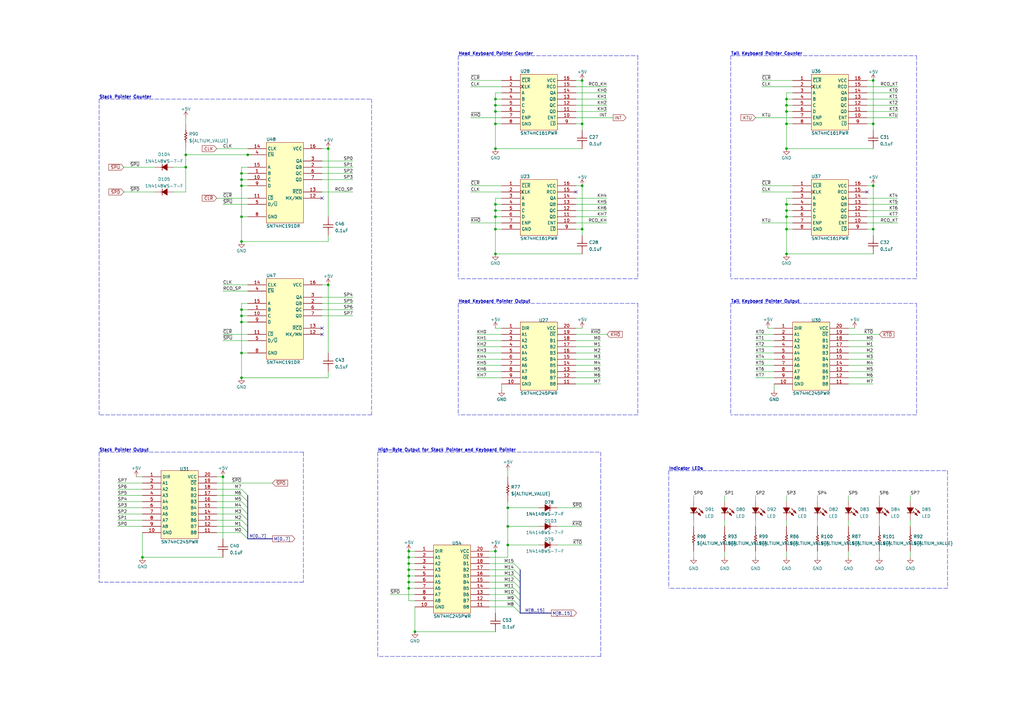
<source format=kicad_sch>
(kicad_sch (version 20211123) (generator eeschema)
  (paper "A3")
  (title_block (title "Memory Peripherals") (date "2022-01-19") (rev "V1.1") (company "Riley Stuermer"))
  (lib_symbols
    (symbol "8BitCPU_Symbols:+5V" (power) (pin_names (offset 0))
      (property "Value" "+5V" (at 0 3.556 0))
      (symbol "+5V_0_1"
        (polyline (pts (xy -0.762 1.27) (xy 0 2.54)))
        (polyline (pts (xy 0 0) (xy 0 2.54)))
        (polyline (pts (xy 0 2.54) (xy 0.762 1.27)))
      )
      (symbol "+5V_1_1"
        (pin power_in line (at 0 0 90) (length 0) hide (name "+5V") (number "1"))
      )
    )
    (symbol "8BitCPU_Symbols:1N4148WS-7-F"
      (property "Reference" "D" (at 0 2.54 0))
      (property "Value" "1N4148WS-7-F" (at 0 -2.54 0))
      (symbol "1N4148WS-7-F_1_0"
        (polyline (pts (xy 1.27 0) (xy 2.54 0)) (stroke (width 0.254)))
        (polyline (pts (xy 2.032 1.27) (xy 2.032 -1.27)) (stroke (width 0.254)))
        (polyline (pts (xy 0 -1.27) (xy 2.032 0) (xy 0 1.27) (xy 0 -1.27)) (stroke (width 0.254)) (fill (type outline)))
        (pin passive line (at -2.54 0 0) (length 2.54) (name "A") (number "1"))
        (pin passive line (at 5.08 0 180) (length 2.54) (name "K") (number "2"))
      )
    )
    (symbol "8BitCPU_Symbols:CAP"
      (property "Reference" "C" (at 1.27 3.175 0))
      (property "Value" "CAP" (at 1.27 -3.175 0))
      (symbol "CAP_1_0"
        (polyline (pts (xy 0 0) (xy 0.762 0)) (stroke (width 0.254)))
        (polyline (pts (xy 0.762 -2.032) (xy 0.762 2.032)) (stroke (width 0.254)))
        (polyline (pts (xy 1.778 2.032) (xy 1.778 -2.032)) (stroke (width 0.254)))
        (polyline (pts (xy 2.54 0) (xy 1.778 0)) (stroke (width 0.254)))
        (pin passive line (at 5.08 0 180) (length 2.54) (name "1") (number "1"))
        (pin passive line (at -2.54 0 0) (length 2.54) (name "2") (number "2"))
      )
    )
    (symbol "8BitCPU_Symbols:GND" (power) (pin_names (offset 0))
      (property "Value" "GND" (at 0 -3.81 0))
      (symbol "GND_0_1"
        (polyline (pts (xy 0 0) (xy 0 -1.27) (xy 1.27 -1.27) (xy 0 -2.54) (xy -1.27 -1.27) (xy 0 -1.27)))
      )
      (symbol "GND_1_1"
        (pin power_in line (at 0 0 270) (length 0) hide (name "GND") (number "1"))
      )
    )
    (symbol "8BitCPU_Symbols:LED"
      (property "Reference" "D" (at 0.635 4.445 0))
      (property "Value" "LED" (at 0.635 -3.175 0))
      (symbol "LED_1_0"
        (polyline (pts (xy 0.3545 2.1093) (xy 2.1325 3.8873)) (stroke (width 0.254)))
        (polyline (pts (xy 1.27 0) (xy 2.54 0)) (stroke (width 0.254)))
        (polyline (pts (xy 1.3705 1.0933) (xy 3.1485 2.8713)) (stroke (width 0.254)))
        (polyline (pts (xy 2.032 1.27) (xy 2.032 -1.27)) (stroke (width 0.254)))
        (polyline (pts (xy 0 -1.27) (xy 2.032 0) (xy 0 1.27) (xy 0 -1.27)) (stroke (width 0.254)) (fill (type outline)))
        (polyline (pts (xy 2.1325 3.8873) (xy 1.1165 3.3793) (xy 1.6245 2.8713) (xy 2.1325 3.8873)) (stroke (width 0.254)) (fill (type outline)))
        (polyline (pts (xy 3.1485 2.8713) (xy 2.1325 2.3633) (xy 2.6405 1.8553) (xy 3.1485 2.8713)) (stroke (width 0.254)) (fill (type outline)))
        (pin passive line (at -2.54 0 0) (length 2.54) (name "A") (number "1"))
        (pin passive line (at 5.08 0 180) (length 2.54) (name "K") (number "2"))
      )
    )
    (symbol "8BitCPU_Symbols:RES"
      (property "Reference" "R" (at 2.54 1.905 0))
      (property "Value" "RES" (at 2.54 -1.905 0))
      (symbol "RES_1_0"
        (polyline (pts (xy 5.08 0) (xy 4.064 0) (xy 3.81 -0.508) (xy 3.302 0.508) (xy 2.794 -0.508) (xy 2.286 0.508) (xy 1.778 -0.508) (xy 1.27 0.508) (xy 1.016 0) (xy 0 0)) (stroke (width 0.254)))
        (pin passive line (at -2.54 0 0) (length 2.54) (name "1") (number "1"))
        (pin passive line (at 7.62 0 180) (length 2.54) (name "2") (number "2"))
      )
    )
    (symbol "8BitCPU_Symbols:SN74HC161PWR"
      (property "Reference" "U" (at 0 3.81 0))
      (property "Value" "SN74HC161PWR" (at 0 -21.59 0))
      (symbol "SN74HC161PWR_1_0"
        (rectangle (start 15.24 2.54) (end 0 -20.32) (fill (type background)))
        (pin input line (at -7.62 0 0) (length 7.62) (name "~{CLR}") (number "1"))
        (pin input line (at 22.86 -15.24 180) (length 7.62) (name "ENT") (number "10"))
        (pin output line (at 22.86 -12.7 180) (length 7.62) (name "QD") (number "11"))
        (pin output line (at 22.86 -10.16 180) (length 7.62) (name "QC") (number "12"))
        (pin output line (at 22.86 -7.62 180) (length 7.62) (name "QB") (number "13"))
        (pin output line (at 22.86 -5.08 180) (length 7.62) (name "QA") (number "14"))
        (pin output line (at 22.86 -2.54 180) (length 7.62) (name "RCO") (number "15"))
        (pin power_in line (at 22.86 0 180) (length 7.62) (name "VCC") (number "16"))
        (pin input clock (at -7.62 -2.54 0) (length 7.62) (name "CLK") (number "2"))
        (pin input line (at -7.62 -5.08 0) (length 7.62) (name "A") (number "3"))
        (pin input line (at -7.62 -7.62 0) (length 7.62) (name "B") (number "4"))
        (pin input line (at -7.62 -10.16 0) (length 7.62) (name "C") (number "5"))
        (pin input line (at -7.62 -12.7 0) (length 7.62) (name "D") (number "6"))
        (pin input line (at -7.62 -15.24 0) (length 7.62) (name "ENP") (number "7"))
        (pin power_in line (at -7.62 -17.78 0) (length 7.62) (name "GND") (number "8"))
        (pin input line (at 22.86 -17.78 180) (length 7.62) (name "~{LD}") (number "9"))
      )
    )
    (symbol "8BitCPU_Symbols:SN74HC191DR"
      (property "Reference" "U" (at 0 3.81 0))
      (property "Value" "SN74HC191DR" (at 0 -31.75 0))
      (symbol "SN74HC191DR_1_0"
        (rectangle (start 15.24 2.54) (end 0 -30.48) (fill (type background)))
        (pin input line (at -7.62 -10.16 0) (length 7.62) (name "B") (number "1"))
        (pin input line (at -7.62 -12.7 0) (length 7.62) (name "C") (number "10"))
        (pin input line (at -7.62 -20.32 0) (length 7.62) (name "~{LD}") (number "11"))
        (pin output line (at 22.86 -20.32 180) (length 7.62) (name "MX/MN") (number "12"))
        (pin output line (at 22.86 -17.78 180) (length 7.62) (name "~{RCO}") (number "13"))
        (pin input line (at -7.62 0 0) (length 7.62) (name "CLK") (number "14"))
        (pin input line (at -7.62 -7.62 0) (length 7.62) (name "A") (number "15"))
        (pin power_in line (at 22.86 0 180) (length 7.62) (name "VCC") (number "16"))
        (pin output line (at 22.86 -7.62 180) (length 7.62) (name "QB") (number "2"))
        (pin output line (at 22.86 -5.08 180) (length 7.62) (name "QA") (number "3"))
        (pin input line (at -7.62 -2.54 0) (length 7.62) (name "~{EN}") (number "4"))
        (pin input line (at -7.62 -22.86 0) (length 7.62) (name "D/~{U}") (number "5"))
        (pin output line (at 22.86 -10.16 180) (length 7.62) (name "QC") (number "6"))
        (pin output line (at 22.86 -12.7 180) (length 7.62) (name "QD") (number "7"))
        (pin power_in line (at -7.62 -27.94 0) (length 7.62) (name "GND") (number "8"))
        (pin input line (at -7.62 -15.24 0) (length 7.62) (name "D") (number "9"))
      )
    )
    (symbol "8BitCPU_Symbols:SN74HC245PWR"
      (property "Reference" "U" (at 0 3.81 0))
      (property "Value" "SN74HC245PWR" (at 0 -26.67 0))
      (symbol "SN74HC245PWR_1_0"
        (rectangle (start 15.24 2.54) (end 0 -25.4) (fill (type background)))
        (pin input line (at -7.62 0 0) (length 7.62) (name "DIR") (number "1"))
        (pin power_in line (at -7.62 -22.86 0) (length 7.62) (name "GND") (number "10"))
        (pin bidirectional line (at 22.86 -22.86 180) (length 7.62) (name "B8") (number "11"))
        (pin bidirectional line (at 22.86 -20.32 180) (length 7.62) (name "B7") (number "12"))
        (pin bidirectional line (at 22.86 -17.78 180) (length 7.62) (name "B6") (number "13"))
        (pin bidirectional line (at 22.86 -15.24 180) (length 7.62) (name "B5") (number "14"))
        (pin bidirectional line (at 22.86 -12.7 180) (length 7.62) (name "B4") (number "15"))
        (pin bidirectional line (at 22.86 -10.16 180) (length 7.62) (name "B3") (number "16"))
        (pin bidirectional line (at 22.86 -7.62 180) (length 7.62) (name "B2") (number "17"))
        (pin bidirectional line (at 22.86 -5.08 180) (length 7.62) (name "B1") (number "18"))
        (pin input line (at 22.86 -2.54 180) (length 7.62) (name "~{OE}") (number "19"))
        (pin bidirectional line (at -7.62 -2.54 0) (length 7.62) (name "A1") (number "2"))
        (pin power_in line (at 22.86 0 180) (length 7.62) (name "VCC") (number "20"))
        (pin bidirectional line (at -7.62 -5.08 0) (length 7.62) (name "A2") (number "3"))
        (pin bidirectional line (at -7.62 -7.62 0) (length 7.62) (name "A3") (number "4"))
        (pin bidirectional line (at -7.62 -10.16 0) (length 7.62) (name "A4") (number "5"))
        (pin bidirectional line (at -7.62 -12.7 0) (length 7.62) (name "A5") (number "6"))
        (pin bidirectional line (at -7.62 -15.24 0) (length 7.62) (name "A6") (number "7"))
        (pin bidirectional line (at -7.62 -17.78 0) (length 7.62) (name "A7") (number "8"))
        (pin bidirectional line (at -7.62 -20.32 0) (length 7.62) (name "A8") (number "9"))
      )
    )
  )
  (junction (at 238.76 76.2))
  (junction (at 203.2 86.36))
  (junction (at 203.2 83.82))
  (junction (at 99.06 71.12))
  (junction (at 99.06 154.94))
  (junction (at 358.14 33.02))
  (junction (at 91.44 195.58))
  (junction (at 134.62 60.96))
  (junction (at 322.58 40.64))
  (junction (at 238.76 33.02))
  (junction (at 167.64 238.76))
  (junction (at 203.2 45.72))
  (junction (at 203.2 104.14))
  (junction (at 101.6 63.5))
  (junction (at 76.2 63.5))
  (junction (at 203.2 60.96))
  (junction (at 99.06 144.78))
  (junction (at 208.28 223.52))
  (junction (at 76.2 68.58))
  (junction (at 322.58 93.98))
  (junction (at 167.64 241.3))
  (junction (at 167.64 228.6))
  (junction (at 238.76 50.8))
  (junction (at 167.64 233.68))
  (junction (at 167.64 226.06))
  (junction (at 203.2 88.9))
  (junction (at 322.58 60.96))
  (junction (at 238.76 93.98))
  (junction (at 170.18 259.08))
  (junction (at 208.28 208.28))
  (junction (at 167.64 231.14))
  (junction (at 322.58 50.8))
  (junction (at 134.62 116.84))
  (junction (at 358.14 93.98))
  (junction (at 99.06 129.54))
  (junction (at 99.06 73.66))
  (junction (at 203.2 40.64))
  (junction (at 99.06 132.08))
  (junction (at 167.64 236.22))
  (junction (at 322.58 104.14))
  (junction (at 203.2 226.06))
  (junction (at 99.06 88.9))
  (junction (at 58.42 228.6))
  (junction (at 203.2 50.8))
  (junction (at 322.58 45.72))
  (junction (at 99.06 76.2))
  (junction (at 208.28 215.9))
  (junction (at 99.06 127))
  (junction (at 99.06 99.06))
  (junction (at 358.14 50.8))
  (junction (at 203.2 43.18))
  (junction (at 322.58 43.18))
  (junction (at 322.58 86.36))
  (junction (at 322.58 83.82))
  (junction (at 322.58 88.9))
  (junction (at 203.2 93.98))
  (junction (at 358.14 76.2))
  (no_connect (at 236.22 78.74))
  (no_connect (at 132.08 134.62))
  (no_connect (at 132.08 137.16))
  (no_connect (at 355.6 78.74))
  (no_connect (at 132.08 81.28))
  (bus_entry (at 210.82 246.38) (size 2.54 2.54))
  (bus_entry (at 210.82 248.92) (size 2.54 2.54))
  (bus_entry (at 210.82 241.3) (size 2.54 2.54))
  (bus_entry (at 210.82 243.84) (size 2.54 2.54))
  (bus_entry (at 210.82 233.68) (size 2.54 2.54))
  (bus_entry (at 210.82 238.76) (size 2.54 2.54))
  (bus_entry (at 210.82 236.22) (size 2.54 2.54))
  (bus_entry (at 210.82 231.14) (size 2.54 2.54))
  (bus_entry (at 99.06 218.44) (size 2.54 2.54))
  (bus_entry (at 99.06 215.9) (size 2.54 2.54))
  (bus_entry (at 99.06 213.36) (size 2.54 2.54))
  (bus_entry (at 99.06 208.28) (size 2.54 2.54))
  (bus_entry (at 99.06 203.2) (size 2.54 2.54))
  (bus_entry (at 99.06 205.74) (size 2.54 2.54))
  (bus_entry (at 99.06 210.82) (size 2.54 2.54))
  (bus_entry (at 99.06 200.66) (size 2.54 2.54))
  (wire (pts (xy 205.74 40.64) (xy 203.2 40.64)))
  (wire (pts (xy 205.74 38.1) (xy 203.2 38.1)))
  (wire (pts (xy 99.06 68.58) (xy 101.6 68.58)))
  (wire (pts (xy 203.2 83.82) (xy 203.2 81.28)))
  (wire (pts (xy 144.78 71.12) (xy 132.08 71.12)))
  (wire (pts (xy 203.2 40.64) (xy 203.2 43.18)))
  (wire (pts (xy 170.18 236.22) (xy 167.64 236.22)))
  (polyline (pts (xy 187.96 22.86) (xy 261.62 22.86)))
  (wire (pts (xy 322.58 215.9) (xy 322.58 213.36)))
  (wire (pts (xy 88.9 203.2) (xy 99.06 203.2)))
  (wire (pts (xy 144.78 66.04) (xy 132.08 66.04)))
  (wire (pts (xy 170.18 246.38) (xy 167.64 246.38)))
  (polyline (pts (xy 274.32 193.04) (xy 388.62 193.04)))
  (wire (pts (xy 144.78 73.66) (xy 132.08 73.66)))
  (wire (pts (xy 99.06 99.06) (xy 134.62 99.06)))
  (wire (pts (xy 322.58 43.18) (xy 322.58 45.72)))
  (wire (pts (xy 284.48 203.2) (xy 284.48 205.74)))
  (wire (pts (xy 99.06 124.46) (xy 101.6 124.46)))
  (wire (pts (xy 88.9 60.96) (xy 101.6 60.96)))
  (wire (pts (xy 355.6 81.28) (xy 368.3 81.28)))
  (wire (pts (xy 309.88 142.24) (xy 317.5 142.24)))
  (wire (pts (xy 170.18 231.14) (xy 167.64 231.14)))
  (wire (pts (xy 325.12 40.64) (xy 322.58 40.64)))
  (wire (pts (xy 195.58 152.4) (xy 205.74 152.4)))
  (bus (pts (xy 101.6 210.82) (xy 101.6 213.36)))
  (wire (pts (xy 355.6 93.98) (xy 358.14 93.98)))
  (wire (pts (xy 193.04 76.2) (xy 205.74 76.2)))
  (wire (pts (xy 76.2 63.5) (xy 76.2 60.96)))
  (wire (pts (xy 236.22 149.86) (xy 246.38 149.86)))
  (wire (pts (xy 325.12 83.82) (xy 322.58 83.82)))
  (wire (pts (xy 132.08 78.74) (xy 144.78 78.74)))
  (wire (pts (xy 373.38 203.2) (xy 373.38 205.74)))
  (wire (pts (xy 347.98 215.9) (xy 347.98 213.36)))
  (wire (pts (xy 358.14 76.2) (xy 355.6 76.2)))
  (wire (pts (xy 203.2 251.46) (xy 203.2 226.06)))
  (polyline (pts (xy 40.64 40.64) (xy 152.4 40.64)))
  (wire (pts (xy 193.04 35.56) (xy 205.74 35.56)))
  (bus (pts (xy 213.36 251.46) (xy 226.06 251.46)))
  (wire (pts (xy 203.2 93.98) (xy 205.74 93.98)))
  (wire (pts (xy 358.14 33.02) (xy 355.6 33.02)))
  (wire (pts (xy 208.28 223.52) (xy 208.28 215.9)))
  (wire (pts (xy 134.62 88.9) (xy 134.62 60.96)))
  (wire (pts (xy 200.66 246.38) (xy 210.82 246.38)))
  (wire (pts (xy 238.76 96.52) (xy 238.76 93.98)))
  (wire (pts (xy 236.22 152.4) (xy 246.38 152.4)))
  (wire (pts (xy 132.08 121.92) (xy 144.78 121.92)))
  (bus (pts (xy 101.6 220.98) (xy 111.76 220.98)))
  (wire (pts (xy 48.26 200.66) (xy 58.42 200.66)))
  (wire (pts (xy 167.64 228.6) (xy 167.64 226.06)))
  (bus (pts (xy 213.36 233.68) (xy 213.36 236.22)))
  (wire (pts (xy 238.76 50.8) (xy 238.76 33.02)))
  (wire (pts (xy 208.28 228.6) (xy 200.66 228.6)))
  (wire (pts (xy 205.74 43.18) (xy 203.2 43.18)))
  (bus (pts (xy 101.6 208.28) (xy 101.6 210.82)))
  (wire (pts (xy 167.64 236.22) (xy 167.64 233.68)))
  (wire (pts (xy 48.26 203.2) (xy 58.42 203.2)))
  (wire (pts (xy 203.2 86.36) (xy 203.2 83.82)))
  (wire (pts (xy 236.22 45.72) (xy 248.92 45.72)))
  (wire (pts (xy 322.58 93.98) (xy 322.58 88.9)))
  (polyline (pts (xy 299.72 124.46) (xy 375.92 124.46)))
  (wire (pts (xy 195.58 154.94) (xy 205.74 154.94)))
  (wire (pts (xy 167.64 238.76) (xy 167.64 236.22)))
  (wire (pts (xy 312.42 35.56) (xy 325.12 35.56)))
  (wire (pts (xy 91.44 220.98) (xy 91.44 195.58)))
  (wire (pts (xy 76.2 63.5) (xy 101.6 63.5)))
  (wire (pts (xy 322.58 203.2) (xy 322.58 205.74)))
  (wire (pts (xy 322.58 86.36) (xy 322.58 83.82)))
  (wire (pts (xy 208.28 193.04) (xy 208.28 195.58)))
  (wire (pts (xy 309.88 144.78) (xy 317.5 144.78)))
  (wire (pts (xy 170.18 259.08) (xy 170.18 248.92)))
  (wire (pts (xy 360.68 215.9) (xy 360.68 213.36)))
  (polyline (pts (xy 261.62 22.86) (xy 261.62 114.3)))
  (wire (pts (xy 322.58 83.82) (xy 322.58 81.28)))
  (wire (pts (xy 236.22 147.32) (xy 246.38 147.32)))
  (wire (pts (xy 48.26 210.82) (xy 58.42 210.82)))
  (bus (pts (xy 101.6 205.74) (xy 101.6 208.28)))
  (wire (pts (xy 200.66 241.3) (xy 210.82 241.3)))
  (wire (pts (xy 205.74 86.36) (xy 203.2 86.36)))
  (polyline (pts (xy 261.62 170.18) (xy 187.96 170.18)))
  (polyline (pts (xy 152.4 170.18) (xy 40.64 170.18)))
  (wire (pts (xy 355.6 88.9) (xy 368.3 88.9)))
  (bus (pts (xy 213.36 246.38) (xy 213.36 248.92)))
  (wire (pts (xy 99.06 144.78) (xy 99.06 132.08)))
  (polyline (pts (xy 299.72 124.46) (xy 299.72 170.18)))
  (wire (pts (xy 134.62 154.94) (xy 99.06 154.94)))
  (polyline (pts (xy 261.62 114.3) (xy 187.96 114.3)))
  (polyline (pts (xy 246.38 269.24) (xy 154.94 269.24)))
  (wire (pts (xy 347.98 147.32) (xy 358.14 147.32)))
  (polyline (pts (xy 375.92 114.3) (xy 299.72 114.3)))
  (wire (pts (xy 132.08 127) (xy 144.78 127)))
  (bus (pts (xy 213.36 243.84) (xy 213.36 246.38)))
  (wire (pts (xy 203.2 38.1) (xy 203.2 40.64)))
  (wire (pts (xy 309.88 154.94) (xy 317.5 154.94)))
  (wire (pts (xy 193.04 48.26) (xy 205.74 48.26)))
  (wire (pts (xy 373.38 228.6) (xy 373.38 226.06)))
  (wire (pts (xy 167.64 226.06) (xy 170.18 226.06)))
  (wire (pts (xy 297.18 215.9) (xy 297.18 213.36)))
  (wire (pts (xy 99.06 73.66) (xy 99.06 71.12)))
  (polyline (pts (xy 246.38 185.42) (xy 246.38 269.24)))
  (wire (pts (xy 309.88 137.16) (xy 317.5 137.16)))
  (wire (pts (xy 99.06 88.9) (xy 101.6 88.9)))
  (polyline (pts (xy 375.92 22.86) (xy 375.92 114.3)))
  (wire (pts (xy 203.2 134.62) (xy 205.74 134.62)))
  (wire (pts (xy 88.9 208.28) (xy 99.06 208.28)))
  (wire (pts (xy 297.18 228.6) (xy 297.18 226.06)))
  (wire (pts (xy 88.9 218.44) (xy 99.06 218.44)))
  (wire (pts (xy 88.9 81.28) (xy 101.6 81.28)))
  (wire (pts (xy 208.28 223.52) (xy 208.28 228.6)))
  (wire (pts (xy 284.48 215.9) (xy 284.48 213.36)))
  (wire (pts (xy 88.9 213.36) (xy 99.06 213.36)))
  (wire (pts (xy 200.66 238.76) (xy 210.82 238.76)))
  (wire (pts (xy 91.44 83.82) (xy 101.6 83.82)))
  (wire (pts (xy 63.5 68.58) (xy 50.8 68.58)))
  (wire (pts (xy 195.58 142.24) (xy 205.74 142.24)))
  (wire (pts (xy 205.74 157.48) (xy 205.74 160.02)))
  (wire (pts (xy 203.2 88.9) (xy 203.2 86.36)))
  (wire (pts (xy 170.18 233.68) (xy 167.64 233.68)))
  (wire (pts (xy 322.58 60.96) (xy 358.14 60.96)))
  (polyline (pts (xy 388.62 193.04) (xy 388.62 241.3)))
  (wire (pts (xy 91.44 137.16) (xy 101.6 137.16)))
  (wire (pts (xy 236.22 137.16) (xy 248.92 137.16)))
  (wire (pts (xy 325.12 88.9) (xy 322.58 88.9)))
  (wire (pts (xy 355.6 83.82) (xy 368.3 83.82)))
  (wire (pts (xy 134.62 60.96) (xy 132.08 60.96)))
  (wire (pts (xy 99.06 129.54) (xy 101.6 129.54)))
  (wire (pts (xy 312.42 76.2) (xy 325.12 76.2)))
  (wire (pts (xy 297.18 203.2) (xy 297.18 205.74)))
  (wire (pts (xy 48.26 198.12) (xy 58.42 198.12)))
  (wire (pts (xy 170.18 228.6) (xy 167.64 228.6)))
  (wire (pts (xy 88.9 210.82) (xy 99.06 210.82)))
  (bus (pts (xy 101.6 218.44) (xy 101.6 220.98)))
  (wire (pts (xy 347.98 157.48) (xy 358.14 157.48)))
  (wire (pts (xy 134.62 99.06) (xy 134.62 96.52)))
  (wire (pts (xy 347.98 203.2) (xy 347.98 205.74)))
  (wire (pts (xy 205.74 45.72) (xy 203.2 45.72)))
  (wire (pts (xy 236.22 48.26) (xy 251.46 48.26)))
  (wire (pts (xy 170.18 238.76) (xy 167.64 238.76)))
  (wire (pts (xy 195.58 147.32) (xy 205.74 147.32)))
  (wire (pts (xy 203.2 45.72) (xy 203.2 50.8)))
  (wire (pts (xy 355.6 40.64) (xy 368.3 40.64)))
  (wire (pts (xy 236.22 35.56) (xy 248.92 35.56)))
  (wire (pts (xy 355.6 86.36) (xy 368.3 86.36)))
  (wire (pts (xy 91.44 139.7) (xy 101.6 139.7)))
  (wire (pts (xy 71.12 78.74) (xy 76.2 78.74)))
  (wire (pts (xy 203.2 226.06) (xy 200.66 226.06)))
  (wire (pts (xy 322.58 40.64) (xy 322.58 43.18)))
  (wire (pts (xy 200.66 233.68) (xy 210.82 233.68)))
  (wire (pts (xy 312.42 33.02) (xy 325.12 33.02)))
  (wire (pts (xy 309.88 149.86) (xy 317.5 149.86)))
  (wire (pts (xy 355.6 38.1) (xy 368.3 38.1)))
  (wire (pts (xy 76.2 68.58) (xy 76.2 63.5)))
  (polyline (pts (xy 154.94 185.42) (xy 246.38 185.42)))
  (wire (pts (xy 317.5 157.48) (xy 317.5 160.02)))
  (wire (pts (xy 167.64 233.68) (xy 167.64 231.14)))
  (wire (pts (xy 76.2 48.26) (xy 76.2 50.8)))
  (wire (pts (xy 347.98 142.24) (xy 358.14 142.24)))
  (wire (pts (xy 347.98 139.7) (xy 358.14 139.7)))
  (wire (pts (xy 71.12 68.58) (xy 76.2 68.58)))
  (wire (pts (xy 200.66 243.84) (xy 210.82 243.84)))
  (polyline (pts (xy 40.64 185.42) (xy 40.64 238.76)))
  (wire (pts (xy 322.58 50.8) (xy 322.58 60.96)))
  (polyline (pts (xy 124.46 238.76) (xy 40.64 238.76)))
  (wire (pts (xy 208.28 223.52) (xy 220.98 223.52)))
  (wire (pts (xy 99.06 76.2) (xy 99.06 73.66)))
  (wire (pts (xy 347.98 144.78) (xy 358.14 144.78)))
  (polyline (pts (xy 40.64 185.42) (xy 124.46 185.42)))
  (wire (pts (xy 208.28 208.28) (xy 208.28 215.9)))
  (wire (pts (xy 228.6 223.52) (xy 238.76 223.52)))
  (wire (pts (xy 203.2 104.14) (xy 203.2 93.98)))
  (wire (pts (xy 48.26 213.36) (xy 58.42 213.36)))
  (wire (pts (xy 167.64 246.38) (xy 167.64 241.3)))
  (wire (pts (xy 322.58 81.28) (xy 325.12 81.28)))
  (wire (pts (xy 322.58 88.9) (xy 322.58 86.36)))
  (wire (pts (xy 238.76 53.34) (xy 238.76 50.8)))
  (wire (pts (xy 355.6 45.72) (xy 368.3 45.72)))
  (wire (pts (xy 355.6 50.8) (xy 358.14 50.8)))
  (wire (pts (xy 170.18 241.3) (xy 167.64 241.3)))
  (wire (pts (xy 335.28 215.9) (xy 335.28 213.36)))
  (wire (pts (xy 101.6 63.5) (xy 104.14 63.5)))
  (bus (pts (xy 101.6 215.9) (xy 101.6 218.44)))
  (wire (pts (xy 236.22 86.36) (xy 248.92 86.36)))
  (wire (pts (xy 167.64 241.3) (xy 167.64 238.76)))
  (wire (pts (xy 360.68 203.2) (xy 360.68 205.74)))
  (wire (pts (xy 200.66 236.22) (xy 210.82 236.22)))
  (wire (pts (xy 322.58 228.6) (xy 322.58 226.06)))
  (wire (pts (xy 236.22 93.98) (xy 238.76 93.98)))
  (wire (pts (xy 355.6 48.26) (xy 368.3 48.26)))
  (wire (pts (xy 358.14 96.52) (xy 358.14 93.98)))
  (wire (pts (xy 193.04 33.02) (xy 205.74 33.02)))
  (wire (pts (xy 195.58 137.16) (xy 205.74 137.16)))
  (polyline (pts (xy 187.96 22.86) (xy 187.96 114.3)))
  (polyline (pts (xy 124.46 185.42) (xy 124.46 238.76)))
  (wire (pts (xy 309.88 203.2) (xy 309.88 205.74)))
  (wire (pts (xy 335.28 203.2) (xy 335.28 205.74)))
  (wire (pts (xy 325.12 43.18) (xy 322.58 43.18)))
  (wire (pts (xy 208.28 215.9) (xy 220.98 215.9)))
  (wire (pts (xy 101.6 71.12) (xy 99.06 71.12)))
  (wire (pts (xy 203.2 43.18) (xy 203.2 45.72)))
  (polyline (pts (xy 375.92 170.18) (xy 299.72 170.18)))
  (wire (pts (xy 203.2 50.8) (xy 205.74 50.8)))
  (wire (pts (xy 236.22 88.9) (xy 248.92 88.9)))
  (wire (pts (xy 63.5 78.74) (xy 50.8 78.74)))
  (wire (pts (xy 91.44 119.38) (xy 101.6 119.38)))
  (wire (pts (xy 88.9 205.74) (xy 99.06 205.74)))
  (polyline (pts (xy 274.32 193.04) (xy 274.32 241.3)))
  (bus (pts (xy 213.36 236.22) (xy 213.36 238.76)))
  (wire (pts (xy 309.88 139.7) (xy 317.5 139.7)))
  (bus (pts (xy 101.6 213.36) (xy 101.6 215.9)))
  (wire (pts (xy 236.22 154.94) (xy 246.38 154.94)))
  (wire (pts (xy 312.42 91.44) (xy 325.12 91.44)))
  (wire (pts (xy 347.98 154.94) (xy 358.14 154.94)))
  (wire (pts (xy 355.6 35.56) (xy 368.3 35.56)))
  (wire (pts (xy 205.74 88.9) (xy 203.2 88.9)))
  (wire (pts (xy 322.58 93.98) (xy 325.12 93.98)))
  (wire (pts (xy 309.88 152.4) (xy 317.5 152.4)))
  (wire (pts (xy 203.2 259.08) (xy 170.18 259.08)))
  (wire (pts (xy 99.06 154.94) (xy 99.06 144.78)))
  (wire (pts (xy 99.06 99.06) (xy 99.06 88.9)))
  (wire (pts (xy 193.04 91.44) (xy 205.74 91.44)))
  (wire (pts (xy 309.88 215.9) (xy 309.88 213.36)))
  (wire (pts (xy 193.04 78.74) (xy 205.74 78.74)))
  (wire (pts (xy 134.62 116.84) (xy 134.62 144.78)))
  (wire (pts (xy 48.26 208.28) (xy 58.42 208.28)))
  (wire (pts (xy 195.58 144.78) (xy 205.74 144.78)))
  (wire (pts (xy 58.42 228.6) (xy 58.42 218.44)))
  (wire (pts (xy 236.22 134.62) (xy 238.76 134.62)))
  (wire (pts (xy 99.06 129.54) (xy 99.06 127)))
  (wire (pts (xy 208.28 208.28) (xy 220.98 208.28)))
  (wire (pts (xy 236.22 43.18) (xy 248.92 43.18)))
  (bus (pts (xy 213.36 248.92) (xy 213.36 251.46)))
  (wire (pts (xy 99.06 73.66) (xy 101.6 73.66)))
  (wire (pts (xy 134.62 152.4) (xy 134.62 154.94)))
  (wire (pts (xy 360.68 228.6) (xy 360.68 226.06)))
  (wire (pts (xy 355.6 91.44) (xy 368.3 91.44)))
  (bus (pts (xy 101.6 203.2) (xy 101.6 205.74)))
  (wire (pts (xy 132.08 129.54) (xy 144.78 129.54)))
  (wire (pts (xy 325.12 38.1) (xy 322.58 38.1)))
  (wire (pts (xy 322.58 104.14) (xy 358.14 104.14)))
  (wire (pts (xy 200.66 231.14) (xy 210.82 231.14)))
  (wire (pts (xy 88.9 200.66) (xy 99.06 200.66)))
  (wire (pts (xy 325.12 45.72) (xy 322.58 45.72)))
  (wire (pts (xy 99.06 144.78) (xy 101.6 144.78)))
  (wire (pts (xy 228.6 208.28) (xy 238.76 208.28)))
  (bus (pts (xy 213.36 238.76) (xy 213.36 241.3)))
  (wire (pts (xy 314.96 134.62) (xy 317.5 134.62)))
  (wire (pts (xy 160.02 243.84) (xy 170.18 243.84)))
  (wire (pts (xy 309.88 147.32) (xy 317.5 147.32)))
  (wire (pts (xy 91.44 228.6) (xy 58.42 228.6)))
  (wire (pts (xy 208.28 205.74) (xy 208.28 208.28)))
  (wire (pts (xy 347.98 137.16) (xy 360.68 137.16)))
  (wire (pts (xy 236.22 144.78) (xy 246.38 144.78)))
  (polyline (pts (xy 152.4 40.64) (xy 152.4 170.18)))
  (wire (pts (xy 99.06 132.08) (xy 101.6 132.08)))
  (wire (pts (xy 358.14 50.8) (xy 358.14 33.02)))
  (polyline (pts (xy 299.72 22.86) (xy 375.92 22.86)))
  (wire (pts (xy 238.76 33.02) (xy 236.22 33.02)))
  (wire (pts (xy 76.2 78.74) (xy 76.2 68.58)))
  (wire (pts (xy 309.88 48.26) (xy 325.12 48.26)))
  (wire (pts (xy 200.66 248.92) (xy 210.82 248.92)))
  (wire (pts (xy 238.76 93.98) (xy 238.76 76.2)))
  (wire (pts (xy 373.38 215.9) (xy 373.38 213.36)))
  (polyline (pts (xy 299.72 22.86) (xy 299.72 114.3)))
  (bus (pts (xy 213.36 241.3) (xy 213.36 243.84)))
  (wire (pts (xy 236.22 83.82) (xy 248.92 83.82)))
  (wire (pts (xy 347.98 228.6) (xy 347.98 226.06)))
  (wire (pts (xy 88.9 198.12) (xy 111.76 198.12)))
  (wire (pts (xy 101.6 76.2) (xy 99.06 76.2)))
  (wire (pts (xy 236.22 50.8) (xy 238.76 50.8)))
  (wire (pts (xy 236.22 81.28) (xy 248.92 81.28)))
  (wire (pts (xy 99.06 88.9) (xy 99.06 76.2)))
  (wire (pts (xy 134.62 116.84) (xy 132.08 116.84)))
  (wire (pts (xy 55.88 195.58) (xy 58.42 195.58)))
  (wire (pts (xy 203.2 60.96) (xy 238.76 60.96)))
  (polyline (pts (xy 261.62 124.46) (xy 261.62 170.18)))
  (wire (pts (xy 167.64 231.14) (xy 167.64 228.6)))
  (polyline (pts (xy 388.62 241.3) (xy 274.32 241.3)))
  (wire (pts (xy 203.2 93.98) (xy 203.2 88.9)))
  (wire (pts (xy 203.2 81.28) (xy 205.74 81.28)))
  (wire (pts (xy 358.14 93.98) (xy 358.14 76.2)))
  (wire (pts (xy 322.58 38.1) (xy 322.58 40.64)))
  (wire (pts (xy 322.58 50.8) (xy 325.12 50.8)))
  (wire (pts (xy 347.98 134.62) (xy 350.52 134.62)))
  (wire (pts (xy 99.06 132.08) (xy 99.06 129.54)))
  (wire (pts (xy 236.22 91.44) (xy 248.92 91.44)))
  (wire (pts (xy 99.06 127) (xy 99.06 124.46)))
  (wire (pts (xy 236.22 40.64) (xy 248.92 40.64)))
  (wire (pts (xy 48.26 215.9) (xy 58.42 215.9)))
  (polyline (pts (xy 187.96 124.46) (xy 261.62 124.46)))
  (wire (pts (xy 236.22 38.1) (xy 248.92 38.1)))
  (wire (pts (xy 347.98 152.4) (xy 358.14 152.4)))
  (polyline (pts (xy 40.64 40.64) (xy 40.64 170.18)))
  (wire (pts (xy 195.58 149.86) (xy 205.74 149.86)))
  (wire (pts (xy 48.26 205.74) (xy 58.42 205.74)))
  (wire (pts (xy 322.58 104.14) (xy 322.58 93.98)))
  (wire (pts (xy 88.9 215.9) (xy 99.06 215.9)))
  (wire (pts (xy 91.44 195.58) (xy 88.9 195.58)))
  (polyline (pts (xy 154.94 185.42) (xy 154.94 269.24)))
  (wire (pts (xy 347.98 149.86) (xy 358.14 149.86)))
  (wire (pts (xy 312.42 78.74) (xy 325.12 78.74)))
  (wire (pts (xy 309.88 228.6) (xy 309.88 226.06)))
  (wire (pts (xy 205.74 83.82) (xy 203.2 83.82)))
  (wire (pts (xy 195.58 139.7) (xy 205.74 139.7)))
  (wire (pts (xy 203.2 104.14) (xy 238.76 104.14)))
  (wire (pts (xy 144.78 68.58) (xy 132.08 68.58)))
  (wire (pts (xy 322.58 45.72) (xy 322.58 50.8)))
  (wire (pts (xy 236.22 142.24) (xy 246.38 142.24)))
  (wire (pts (xy 236.22 139.7) (xy 246.38 139.7)))
  (wire (pts (xy 132.08 124.46) (xy 144.78 124.46)))
  (wire (pts (xy 203.2 50.8) (xy 203.2 60.96)))
  (wire (pts (xy 238.76 76.2) (xy 236.22 76.2)))
  (wire (pts (xy 236.22 157.48) (xy 246.38 157.48)))
  (wire (pts (xy 284.48 228.6) (xy 284.48 226.06)))
  (wire (pts (xy 228.6 215.9) (xy 238.76 215.9)))
  (wire (pts (xy 355.6 43.18) (xy 368.3 43.18)))
  (wire (pts (xy 358.14 53.34) (xy 358.14 50.8)))
  (wire (pts (xy 325.12 86.36) (xy 322.58 86.36)))
  (wire (pts (xy 99.06 71.12) (xy 99.06 68.58)))
  (wire (pts (xy 91.44 116.84) (xy 101.6 116.84)))
  (wire (pts (xy 101.6 127) (xy 99.06 127)))
  (wire (pts (xy 335.28 228.6) (xy 335.28 226.06)))
  (polyline (pts (xy 375.92 124.46) (xy 375.92 170.18)))
  (polyline (pts (xy 187.96 124.46) (xy 187.96 170.18)))
  (text "Tail Keyboard Pointer Counter" (at 299.72 22.86 0) (effects (font (size 1.27 1.27) (thickness 0.254) bold) (justify left bottom)))
  (text "Head Keyboard Pointer Output" (at 187.96 124.46 0) (effects (font (size 1.27 1.27) (thickness 0.254) bold) (justify left bottom)))
  (text "Stack Pointer Counter" (at 40.64 40.64 0) (effects (font (size 1.27 1.27) (thickness 0.254) bold) (justify left bottom)))
  (text "High-Byte Output for Stack Pointer and Keyboard Pointer" (at 154.94 185.42 0) (effects (font (size 1.27 1.27) (thickness 0.254) bold) (justify left bottom)))
  (text "Stack Pointer Output" (at 40.64 185.42 0) (effects (font (size 1.27 1.27) (thickness 0.254) bold) (justify left bottom)))
  (text "Tail Keyboard Pointer Output" (at 299.72 124.46 0) (effects (font (size 1.27 1.27) (thickness 0.254) bold) (justify left bottom)))
  (text "Indicator LEDs\n" (at 274.32 193.04 0) (effects (font (size 1.27 1.27) (thickness 0.254) bold) (justify left bottom)))
  (text "Head Keyboard Pointer Counter" (at 187.96 22.86 0) (effects (font (size 1.27 1.27) (thickness 0.254) bold) (justify left bottom)))
  (label "INT" (at 248.92 48.26 180))
  (label "M5" (at 358.14 152.4 180))
  (label "M3" (at 246.38 147.32 180))
  (label "M1" (at 358.14 142.24 180))
  (label "SP0" (at 144.78 66.04 180))
  (label "M[0..7]" (at 109.22 220.98 180))
  (label "M5" (at 246.38 152.4 180))
  (label "M4" (at 358.14 149.86 180))
  (label "RCO_KT" (at 368.3 35.56 180))
  (label "M2" (at 358.14 144.78 180))
  (label "KH2" (at 248.92 43.18 180))
  (label "M6" (at 358.14 154.94 180))
  (label "M11" (at 210.82 241.3 180))
  (label "~{SPD}" (at 53.34 78.74 0))
  (label "KTU" (at 368.3 48.26 180))
  (label "M8" (at 210.82 248.92 180))
  (label "M0" (at 358.14 139.7 180))
  (label "KT1" (at 309.88 139.7 0))
  (label "KT2" (at 368.3 43.18 180))
  (label "~{KTO}" (at 238.76 223.52 180))
  (label "SP5" (at 347.98 203.2 0))
  (label "M1" (at 246.38 142.24 180))
  (label "KT4" (at 309.88 147.32 0))
  (label "KT0" (at 368.3 38.1 180))
  (label "M14" (at 210.82 233.68 180))
  (label "SP0" (at 48.26 215.9 0))
  (label "SP7" (at 48.26 198.12 0))
  (label "KT3" (at 368.3 45.72 180))
  (label "~{SPU}" (at 91.44 139.7 0))
  (label "KT1" (at 368.3 40.64 180))
  (label "SP2" (at 144.78 71.12 180))
  (label "M1" (at 99.06 215.9 180))
  (label "~{KHO}" (at 193.04 48.26 0))
  (label "KT2" (at 309.88 142.24 0))
  (label "SP1" (at 144.78 68.58 180))
  (label "M7" (at 99.06 200.66 180))
  (label "KTU" (at 312.42 48.26 0))
  (label "~{KTO}" (at 358.14 137.16 180))
  (label "M12" (at 210.82 238.76 180))
  (label "~{SPO}" (at 99.06 198.12 180))
  (label "SP6" (at 144.78 127 180))
  (label "KH0" (at 195.58 137.16 0))
  (label "CLK" (at 193.04 35.56 0))
  (label "KH2" (at 195.58 142.24 0))
  (label "CLK" (at 312.42 78.74 0))
  (label "SP3" (at 48.26 208.28 0))
  (label "~{CLR}" (at 312.42 33.02 0))
  (label "~{SPU}" (at 91.44 83.82 0))
  (label "M6" (at 246.38 154.94 180))
  (label "KH5" (at 195.58 149.86 0))
  (label "KH7" (at 195.58 154.94 0))
  (label "SP5" (at 48.26 203.2 0))
  (label "KH6" (at 248.92 86.36 180))
  (label "M7" (at 246.38 157.48 180))
  (label "KH4" (at 248.92 81.28 180))
  (label "KH0" (at 248.92 38.1 180))
  (label "~{CLR}" (at 193.04 76.2 0))
  (label "SP7" (at 373.38 203.2 0))
  (label "M4" (at 246.38 149.86 180))
  (label "~{CLR}" (at 193.04 33.02 0))
  (label "KT7" (at 368.3 88.9 180))
  (label "SP6" (at 48.26 200.66 0))
  (label "KT6" (at 368.3 86.36 180))
  (label "KH6" (at 195.58 152.4 0))
  (label "M3" (at 358.14 147.32 180))
  (label "RCO_KH" (at 248.92 35.56 180))
  (label "CLK" (at 91.44 60.96 0))
  (label "SP5" (at 144.78 124.46 180))
  (label "~{SPO}" (at 238.76 208.28 180))
  (label "KT5" (at 368.3 83.82 180))
  (label "KT7" (at 309.88 154.94 0))
  (label "KT6" (at 309.88 152.4 0))
  (label "SP1" (at 297.18 203.2 0))
  (label "KH4" (at 195.58 147.32 0))
  (label "KT3" (at 309.88 144.78 0))
  (label "RCO_KH" (at 248.92 91.44 180))
  (label "M10" (at 210.82 243.84 180))
  (label "KT0" (at 309.88 137.16 0))
  (label "M9" (at 210.82 246.38 180))
  (label "~{KHO}" (at 246.38 137.16 180))
  (label "SP6" (at 360.68 203.2 0))
  (label "CLK" (at 193.04 78.74 0))
  (label "CLK" (at 91.44 116.84 0))
  (label "M6" (at 99.06 203.2 180))
  (label "~{KHO}" (at 193.04 91.44 0))
  (label "KH3" (at 195.58 144.78 0))
  (label "~{CLR}" (at 91.44 137.16 0))
  (label "M2" (at 99.06 213.36 180))
  (label "KT5" (at 309.88 149.86 0))
  (label "M13" (at 210.82 236.22 180))
  (label "M7" (at 358.14 157.48 180))
  (label "KH1" (at 248.92 40.64 180))
  (label "M4" (at 99.06 208.28 180))
  (label "SP2" (at 309.88 203.2 0))
  (label "SP3" (at 322.58 203.2 0))
  (label "SP1" (at 48.26 213.36 0))
  (label "M15" (at 210.82 231.14 180))
  (label "RCO_KT" (at 368.3 91.44 180))
  (label "M2" (at 246.38 144.78 180))
  (label "SP2" (at 48.26 210.82 0))
  (label "M3" (at 99.06 210.82 180))
  (label "RCO_SP" (at 91.44 119.38 0))
  (label "KH5" (at 248.92 83.82 180))
  (label "M0" (at 99.06 218.44 180))
  (label "KH1" (at 195.58 139.7 0))
  (label "SP4" (at 335.28 203.2 0))
  (label "SP7" (at 144.78 129.54 180))
  (label "~{CLR}" (at 312.42 76.2 0))
  (label "SP0" (at 284.48 203.2 0))
  (label "~{KHO}" (at 238.76 215.9 180))
  (label "SP4" (at 144.78 121.92 180))
  (label "M0" (at 246.38 139.7 180))
  (label "KH3" (at 248.92 45.72 180))
  (label "~{SPO}" (at 160.02 243.84 0))
  (label "KTU" (at 312.42 91.44 0))
  (label "SP4" (at 48.26 205.74 0))
  (label "M[8..15]" (at 223.52 251.46 180))
  (label "KH7" (at 248.92 88.9 180))
  (label "CLK" (at 312.42 35.56 0))
  (label "~{CLR}" (at 91.44 81.28 0))
  (label "RCO_SP" (at 144.78 78.74 180))
  (label "KT4" (at 368.3 81.28 180))
  (label "M5" (at 99.06 205.74 180))
  (label "SP3" (at 144.78 73.66 180))
  (label "~{SPU}" (at 53.34 68.58 0))
  (global_label "~{SPD}" (shape input) (at 50.8 78.74 180) (property "Intersheet References" "${INTERSHEET_REFS}" (effects hide)))
  (global_label "INT" (shape output) (at 251.46 48.26 0) (property "Intersheet References" "${INTERSHEET_REFS}" (effects hide)))
  (global_label "CLK" (shape input) (at 88.9 60.96 180) (property "Intersheet References" "${INTERSHEET_REFS}" (effects hide)))
  (global_label "M[8..15]" (shape output) (at 226.06 251.46 0) (property "Intersheet References" "${INTERSHEET_REFS}" (effects hide)))
  (global_label "~{CLR}" (shape input) (at 88.9 81.28 180) (property "Intersheet References" "${INTERSHEET_REFS}" (effects hide)))
  (global_label "~{KTO}" (shape input) (at 360.68 137.16 0) (property "Intersheet References" "${INTERSHEET_REFS}" (effects hide)))
  (global_label "KTU" (shape input) (at 309.88 48.26 180) (property "Intersheet References" "${INTERSHEET_REFS}" (effects hide)))
  (global_label "~{KHO}" (shape input) (at 248.92 137.16 0) (property "Intersheet References" "${INTERSHEET_REFS}" (effects hide)))
  (global_label "~{SPO}" (shape input) (at 111.76 198.12 0) (property "Intersheet References" "${INTERSHEET_REFS}" (effects hide)))
  (global_label "M[0..7]" (shape output) (at 111.76 220.98 0) (property "Intersheet References" "${INTERSHEET_REFS}" (effects hide)))
  (global_label "~{SPU}" (shape input) (at 50.8 68.58 180) (property "Intersheet References" "${INTERSHEET_REFS}" (effects hide)))
  (symbol (lib_id "8BitCPU_Symbols:GND") (at 347.98 228.6 0) (unit 1)
    (property "Reference" "#PWR?" (effects hide))
    (property "Value" "GND" (at 347.98 233.1625 0))
  )
  (symbol (lib_id "8BitCPU_Symbols:+5V") (at 134.62 60.96 0) (unit 1)
    (property "Reference" "#PWR?" (effects hide))
    (property "Value" "+5" (at 134.62 57.404 0))
  )
  (symbol (lib_id "8BitCPU_Symbols:+5V") (at 134.62 116.84 0) (unit 1)
    (property "Reference" "#PWR?" (effects hide))
    (property "Value" "+5" (at 134.62 113.284 0))
  )
  (symbol (lib_id "8BitCPU_Symbols:GND") (at 297.18 228.6 0) (unit 1)
    (property "Reference" "#PWR?" (effects hide))
    (property "Value" "GND" (at 297.18 233.1625 0))
  )
  (symbol (lib_id "8BitCPU_Symbols:+5V") (at 55.88 195.58 0) (unit 1)
    (property "Reference" "#PWR?" (effects hide))
    (property "Value" "+5" (at 55.88 192.024 0))
  )
  (symbol (lib_id "8BitCPU_Symbols:+5V") (at 238.76 134.62 0) (unit 1)
    (property "Reference" "#PWR?" (effects hide))
    (property "Value" "+5" (at 238.76 131.064 0))
  )
  (symbol (lib_id "8BitCPU_Symbols:SN74HC245PWR") (at 66.04 195.58 0) (unit 1)
    (property "Reference" "U31" (at 73.66 193.04 0) (effects (justify left bottom)))
    (property "Value" "SN74HC245PWR" (at 66.04 222.25 0) (effects (justify left)))
    (property "Footprint" "TI-PW-TSSOP65P640X120-20N" (effects hide))
  )
  (symbol (lib_id "8BitCPU_Symbols:+5V") (at 314.96 134.62 0) (unit 1)
    (property "Reference" "#PWR?" (effects hide))
    (property "Value" "+5" (at 314.96 131.064 0))
  )
  (symbol (lib_id "8BitCPU_Symbols:LED") (at 284.48 208.28 270) (unit 1)
    (property "Reference" "D91" (at 289.1292 208.9457 90) (effects (justify left)))
    (property "Value" "LED" (at 289.1292 211.7208 90) (effects (justify left)))
    (property "Footprint" "0603-LED1608X04N" (effects hide))
  )
  (symbol (lib_id "8BitCPU_Symbols:GND") (at 58.42 228.6 0) (unit 1)
    (property "Reference" "#PWR?" (effects hide))
    (property "Value" "GND" (at 58.42 232.41 0))
  )
  (symbol (lib_id "8BitCPU_Symbols:RES") (at 309.88 223.52 90) (unit 1)
    (property "Reference" "R99" (at 311.15 220.0715 90) (effects (justify right)))
    (property "Value" "${ALTIUM_VALUE}" (at 311.15 222.8466 90) (effects (justify right)))
    (property "Footprint" "0603-RESC1508X06N" (effects hide))
  )
  (symbol (lib_id "8BitCPU_Symbols:+5V") (at 358.14 76.2 0) (unit 1)
    (property "Reference" "#PWR?" (effects hide))
    (property "Value" "+5" (at 358.14 72.644 0))
  )
  (symbol (lib_id "8BitCPU_Symbols:LED") (at 322.58 208.28 270) (unit 1)
    (property "Reference" "D81" (at 327.2292 208.9457 90) (effects (justify left)))
    (property "Value" "LED" (at 327.2292 211.7208 90) (effects (justify left)))
    (property "Footprint" "0603-LED1608X04N" (effects hide))
  )
  (symbol (lib_id "8BitCPU_Symbols:SN74HC191DR") (at 109.22 116.84 0) (unit 1)
    (property "Reference" "U47" (at 109.22 113.03 0) (effects (justify left)))
    (property "Value" "SN74HC191DR" (at 109.22 148.59 0) (effects (justify left)))
    (property "Footprint" "TI-D-SOIC127P600X175-16N" (effects hide))
  )
  (symbol (lib_id "8BitCPU_Symbols:GND") (at 284.48 228.6 0) (unit 1)
    (property "Reference" "#PWR?" (effects hide))
    (property "Value" "GND" (at 284.48 233.1625 0))
  )
  (symbol (lib_id "8BitCPU_Symbols:LED") (at 373.38 208.28 270) (unit 1)
    (property "Reference" "D85" (at 378.0292 208.9457 90) (effects (justify left)))
    (property "Value" "LED" (at 378.0292 211.7208 90) (effects (justify left)))
    (property "Footprint" "0603-LED1608X04N" (effects hide))
  )
  (symbol (lib_id "8BitCPU_Symbols:1N4148WS-7-F") (at 68.58 78.74 180) (unit 1)
    (property "Reference" "D105" (at 67.31 73.5035 0))
    (property "Value" "1N4148WS-7-F" (at 67.31 76.2786 0))
    (property "Footprint" "DI-SOD323-SODFL250X120-2N" (effects hide))
  )
  (symbol (lib_id "8BitCPU_Symbols:GND") (at 373.38 228.6 0) (unit 1)
    (property "Reference" "#PWR?" (effects hide))
    (property "Value" "GND" (at 373.38 233.1625 0))
  )
  (symbol (lib_id "8BitCPU_Symbols:GND") (at 203.2 104.14 0) (unit 1)
    (property "Reference" "#PWR?" (effects hide))
    (property "Value" "GND" (at 203.2 107.95 0))
  )
  (symbol (lib_id "8BitCPU_Symbols:CAP") (at 134.62 149.86 90) (unit 1)
    (property "Reference" "C43" (at 137.414 147.6815 90) (effects (justify right)))
    (property "Value" "0.1uF" (at 137.414 150.4566 90) (effects (justify right)))
    (property "Footprint" "8BitCPU_Footprints:0603_CAPC1608X09N" (effects hide))
  )
  (symbol (lib_id "8BitCPU_Symbols:+5V") (at 238.76 33.02 0) (unit 1)
    (property "Reference" "#PWR?" (effects hide))
    (property "Value" "+5" (at 238.76 29.464 0))
  )
  (symbol (lib_id "8BitCPU_Symbols:1N4148WS-7-F") (at 223.52 208.28 0) (unit 1)
    (property "Reference" "D78" (at 223.266 206.756 0) (effects (justify left bottom)))
    (property "Value" "1N4148WS-7-F" (at 223.52 210.82 0))
    (property "Footprint" "DI-SOD323-SODFL250X120-2N" (effects hide))
  )
  (symbol (lib_id "8BitCPU_Symbols:SN74HC161PWR") (at 213.36 33.02 0) (unit 1)
    (property "Reference" "U28" (at 213.36 29.21 0) (effects (justify left)))
    (property "Value" "SN74HC161PWR" (at 213.36 54.61 0) (effects (justify left)))
    (property "Footprint" "TI-PW-TSSOP65P640X120-16N" (effects hide))
  )
  (symbol (lib_id "8BitCPU_Symbols:CAP") (at 238.76 101.6 90) (unit 1)
    (property "Reference" "C28" (at 241.554 99.4215 90) (effects (justify right)))
    (property "Value" "0.1uF" (at 241.554 102.1966 90) (effects (justify right)))
    (property "Footprint" "8BitCPU_Footprints:0603_CAPC1608X09N" (effects hide))
  )
  (symbol (lib_id "8BitCPU_Symbols:GND") (at 322.58 228.6 0) (unit 1)
    (property "Reference" "#PWR?" (effects hide))
    (property "Value" "GND" (at 322.58 233.1625 0))
  )
  (symbol (lib_id "8BitCPU_Symbols:GND") (at 170.18 259.08 0) (unit 1)
    (property "Reference" "#PWR?" (effects hide))
    (property "Value" "GND" (at 170.18 262.89 0))
  )
  (symbol (lib_id "8BitCPU_Symbols:CAP") (at 91.44 226.06 90) (unit 1)
    (property "Reference" "C40" (at 94.234 223.8815 90) (effects (justify right)))
    (property "Value" "0.1uF" (at 94.234 226.6566 90) (effects (justify right)))
    (property "Footprint" "8BitCPU_Footprints:0603_CAPC1608X09N" (effects hide))
  )
  (symbol (lib_id "8BitCPU_Symbols:LED") (at 335.28 208.28 270) (unit 1)
    (property "Reference" "D82" (at 339.9292 208.9457 90) (effects (justify left)))
    (property "Value" "LED" (at 339.9292 211.7208 90) (effects (justify left)))
    (property "Footprint" "0603-LED1608X04N" (effects hide))
  )
  (symbol (lib_id "8BitCPU_Symbols:+5V") (at 203.2 134.62 0) (unit 1)
    (property "Reference" "#PWR?" (effects hide))
    (property "Value" "+5" (at 203.2 131.064 0))
  )
  (symbol (lib_id "8BitCPU_Symbols:LED") (at 347.98 208.28 270) (unit 1)
    (property "Reference" "D83" (at 352.6292 208.9457 90) (effects (justify left)))
    (property "Value" "LED" (at 352.6292 211.7208 90) (effects (justify left)))
    (property "Footprint" "0603-LED1608X04N" (effects hide))
  )
  (symbol (lib_id "8BitCPU_Symbols:RES") (at 76.2 58.42 90) (unit 1)
    (property "Reference" "R90" (at 77.47 54.9715 90) (effects (justify right)))
    (property "Value" "${ALTIUM_VALUE}" (at 77.47 57.7466 90) (effects (justify right)))
    (property "Footprint" "0603-RESC1508X06N" (effects hide))
  )
  (symbol (lib_id "8BitCPU_Symbols:RES") (at 360.68 223.52 90) (unit 1)
    (property "Reference" "R101" (at 361.95 220.0715 90) (effects (justify right)))
    (property "Value" "${ALTIUM_VALUE}" (at 361.95 222.8466 90) (effects (justify right)))
    (property "Footprint" "0603-RESC1508X06N" (effects hide))
  )
  (symbol (lib_id "8BitCPU_Symbols:RES") (at 284.48 223.52 90) (unit 1)
    (property "Reference" "R98" (at 285.75 220.0715 90) (effects (justify right)))
    (property "Value" "${ALTIUM_VALUE}" (at 285.75 222.8466 90) (effects (justify right)))
    (property "Footprint" "0603-RESC1508X06N" (effects hide))
  )
  (symbol (lib_id "8BitCPU_Symbols:GND") (at 205.74 160.02 0) (unit 1)
    (property "Reference" "#PWR?" (effects hide))
    (property "Value" "GND" (at 205.74 163.83 0))
  )
  (symbol (lib_id "8BitCPU_Symbols:LED") (at 309.88 208.28 270) (unit 1)
    (property "Reference" "D92" (at 314.5292 208.9457 90) (effects (justify left)))
    (property "Value" "LED" (at 314.5292 211.7208 90) (effects (justify left)))
    (property "Footprint" "0603-LED1608X04N" (effects hide))
  )
  (symbol (lib_id "8BitCPU_Symbols:RES") (at 297.18 223.52 90) (unit 1)
    (property "Reference" "R93" (at 298.45 220.0715 90) (effects (justify right)))
    (property "Value" "${ALTIUM_VALUE}" (at 298.45 222.8466 90) (effects (justify right)))
    (property "Footprint" "0603-RESC1508X06N" (effects hide))
  )
  (symbol (lib_id "8BitCPU_Symbols:SN74HC245PWR") (at 213.36 134.62 0) (unit 1)
    (property "Reference" "U27" (at 220.98 132.08 0) (effects (justify left bottom)))
    (property "Value" "SN74HC245PWR" (at 213.36 161.29 0) (effects (justify left)))
    (property "Footprint" "TI-PW-TSSOP65P640X120-20N" (effects hide))
  )
  (symbol (lib_id "8BitCPU_Symbols:CAP") (at 358.14 101.6 90) (unit 1)
    (property "Reference" "C32" (at 360.934 99.4215 90) (effects (justify right)))
    (property "Value" "0.1uF" (at 360.934 102.1966 90) (effects (justify right)))
    (property "Footprint" "8BitCPU_Footprints:0603_CAPC1608X09N" (effects hide))
  )
  (symbol (lib_id "8BitCPU_Symbols:SN74HC191DR") (at 109.22 60.96 0) (unit 1)
    (property "Reference" "U48" (at 109.22 57.15 0) (effects (justify left)))
    (property "Value" "SN74HC191DR" (at 109.22 92.71 0) (effects (justify left)))
    (property "Footprint" "TI-D-SOIC127P600X175-16N" (effects hide))
  )
  (symbol (lib_id "8BitCPU_Symbols:LED") (at 297.18 208.28 270) (unit 1)
    (property "Reference" "D80" (at 301.8292 208.9457 90) (effects (justify left)))
    (property "Value" "LED" (at 301.8292 211.7208 90) (effects (justify left)))
    (property "Footprint" "0603-LED1608X04N" (effects hide))
  )
  (symbol (lib_id "8BitCPU_Symbols:+5V") (at 238.76 76.2 0) (unit 1)
    (property "Reference" "#PWR?" (effects hide))
    (property "Value" "+5" (at 238.76 72.644 0))
  )
  (symbol (lib_id "8BitCPU_Symbols:+5V") (at 350.52 134.62 0) (unit 1)
    (property "Reference" "#PWR?" (effects hide))
    (property "Value" "+5" (at 350.52 131.064 0))
  )
  (symbol (lib_id "8BitCPU_Symbols:RES") (at 335.28 223.52 90) (unit 1)
    (property "Reference" "R100" (at 336.55 220.0715 90) (effects (justify right)))
    (property "Value" "${ALTIUM_VALUE}" (at 336.55 222.8466 90) (effects (justify right)))
    (property "Footprint" "0603-RESC1508X06N" (effects hide))
  )
  (symbol (lib_id "8BitCPU_Symbols:+5V") (at 203.2 226.06 0) (unit 1)
    (property "Reference" "#PWR?" (effects hide))
    (property "Value" "+5" (at 203.2 222.504 0))
  )
  (symbol (lib_id "8BitCPU_Symbols:GND") (at 99.06 154.94 0) (unit 1)
    (property "Reference" "#PWR?" (effects hide))
    (property "Value" "GND" (at 99.06 158.75 0))
  )
  (symbol (lib_id "8BitCPU_Symbols:GND") (at 335.28 228.6 0) (unit 1)
    (property "Reference" "#PWR?" (effects hide))
    (property "Value" "GND" (at 335.28 233.1625 0))
  )
  (symbol (lib_id "8BitCPU_Symbols:1N4148WS-7-F") (at 68.58 68.58 180) (unit 1)
    (property "Reference" "D104" (at 67.31 63.3435 0))
    (property "Value" "1N4148WS-7-F" (at 67.31 66.1186 0))
    (property "Footprint" "DI-SOD323-SODFL250X120-2N" (effects hide))
  )
  (symbol (lib_id "8BitCPU_Symbols:GND") (at 322.58 60.96 0) (unit 1)
    (property "Reference" "#PWR?" (effects hide))
    (property "Value" "GND" (at 322.58 64.77 0))
  )
  (symbol (lib_id "8BitCPU_Symbols:CAP") (at 203.2 256.54 90) (unit 1)
    (property "Reference" "C53" (at 205.994 254.3615 90) (effects (justify right)))
    (property "Value" "0.1uF" (at 205.994 257.1366 90) (effects (justify right)))
    (property "Footprint" "8BitCPU_Footprints:0603_CAPC1608X09N" (effects hide))
  )
  (symbol (lib_id "8BitCPU_Symbols:1N4148WS-7-F") (at 223.52 223.52 0) (unit 1)
    (property "Reference" "D79" (at 223.266 221.996 0) (effects (justify left bottom)))
    (property "Value" "1N4148WS-7-F" (at 223.52 226.06 0))
    (property "Footprint" "DI-SOD323-SODFL250X120-2N" (effects hide))
  )
  (symbol (lib_id "8BitCPU_Symbols:GND") (at 309.88 228.6 0) (unit 1)
    (property "Reference" "#PWR?" (effects hide))
    (property "Value" "GND" (at 309.88 233.1625 0))
  )
  (symbol (lib_id "8BitCPU_Symbols:SN74HC245PWR") (at 325.12 134.62 0) (unit 1)
    (property "Reference" "U30" (at 332.74 132.08 0) (effects (justify left bottom)))
    (property "Value" "SN74HC245PWR" (at 325.12 161.29 0) (effects (justify left)))
    (property "Footprint" "TI-PW-TSSOP65P640X120-20N" (effects hide))
  )
  (symbol (lib_id "8BitCPU_Symbols:CAP") (at 238.76 58.42 90) (unit 1)
    (property "Reference" "C27" (at 241.554 56.2415 90) (effects (justify right)))
    (property "Value" "0.1uF" (at 241.554 59.0166 90) (effects (justify right)))
    (property "Footprint" "8BitCPU_Footprints:0603_CAPC1608X09N" (effects hide))
  )
  (symbol (lib_id "8BitCPU_Symbols:+5V") (at 167.64 226.06 0) (unit 1)
    (property "Reference" "#PWR?" (effects hide))
    (property "Value" "+5" (at 167.64 222.504 0))
  )
  (symbol (lib_id "8BitCPU_Symbols:GND") (at 99.06 99.06 0) (unit 1)
    (property "Reference" "#PWR?" (effects hide))
    (property "Value" "GND" (at 99.06 102.87 0))
  )
  (symbol (lib_id "8BitCPU_Symbols:GND") (at 360.68 228.6 0) (unit 1)
    (property "Reference" "#PWR?" (effects hide))
    (property "Value" "GND" (at 360.68 233.1625 0))
  )
  (symbol (lib_id "8BitCPU_Symbols:CAP") (at 134.62 93.98 90) (unit 1)
    (property "Reference" "C46" (at 137.414 91.8015 90) (effects (justify right)))
    (property "Value" "0.1uF" (at 137.414 94.5766 90) (effects (justify right)))
    (property "Footprint" "8BitCPU_Footprints:0603_CAPC1608X09N" (effects hide))
  )
  (symbol (lib_id "8BitCPU_Symbols:RES") (at 322.58 223.52 90) (unit 1)
    (property "Reference" "R86" (at 323.85 220.0715 90) (effects (justify right)))
    (property "Value" "${ALTIUM_VALUE}" (at 323.85 222.8466 90) (effects (justify right)))
    (property "Footprint" "0603-RESC1508X06N" (effects hide))
  )
  (symbol (lib_id "8BitCPU_Symbols:+5V") (at 358.14 33.02 0) (unit 1)
    (property "Reference" "#PWR?" (effects hide))
    (property "Value" "+5" (at 358.14 29.464 0))
  )
  (symbol (lib_id "8BitCPU_Symbols:SN74HC161PWR") (at 213.36 76.2 0) (unit 1)
    (property "Reference" "U23" (at 213.36 72.39 0) (effects (justify left)))
    (property "Value" "SN74HC161PWR" (at 213.36 97.79 0) (effects (justify left)))
    (property "Footprint" "TI-PW-TSSOP65P640X120-16N" (effects hide))
  )
  (symbol (lib_id "8BitCPU_Symbols:GND") (at 317.5 160.02 0) (unit 1)
    (property "Reference" "#PWR?" (effects hide))
    (property "Value" "GND" (at 317.5 163.83 0))
  )
  (symbol (lib_id "8BitCPU_Symbols:RES") (at 373.38 223.52 90) (unit 1)
    (property "Reference" "R92" (at 374.65 220.0715 90) (effects (justify right)))
    (property "Value" "${ALTIUM_VALUE}" (at 374.65 222.8466 90) (effects (justify right)))
    (property "Footprint" "0603-RESC1508X06N" (effects hide))
  )
  (symbol (lib_id "8BitCPU_Symbols:SN74HC245PWR") (at 177.8 226.06 0) (unit 1)
    (property "Reference" "U54" (at 185.42 223.52 0) (effects (justify left bottom)))
    (property "Value" "SN74HC245PWR" (at 177.8 252.73 0) (effects (justify left)))
    (property "Footprint" "TI-PW-TSSOP65P640X120-20N" (effects hide))
  )
  (symbol (lib_id "8BitCPU_Symbols:+5V") (at 76.2 48.26 0) (unit 1)
    (property "Reference" "#PWR?" (effects hide))
    (property "Value" "+5" (at 76.2 44.704 0))
  )
  (symbol (lib_id "8BitCPU_Symbols:GND") (at 322.58 104.14 0) (unit 1)
    (property "Reference" "#PWR?" (effects hide))
    (property "Value" "GND" (at 322.58 107.95 0))
  )
  (symbol (lib_id "8BitCPU_Symbols:CAP") (at 358.14 58.42 90) (unit 1)
    (property "Reference" "C31" (at 360.934 56.2415 90) (effects (justify right)))
    (property "Value" "0.1uF" (at 360.934 59.0166 90) (effects (justify right)))
    (property "Footprint" "8BitCPU_Footprints:0603_CAPC1608X09N" (effects hide))
  )
  (symbol (lib_id "8BitCPU_Symbols:GND") (at 203.2 60.96 0) (unit 1)
    (property "Reference" "#PWR?" (effects hide))
    (property "Value" "GND" (at 203.2 64.77 0))
  )
  (symbol (lib_id "8BitCPU_Symbols:1N4148WS-7-F") (at 223.52 215.9 0) (unit 1)
    (property "Reference" "D103" (at 223.266 214.376 0) (effects (justify left bottom)))
    (property "Value" "1N4148WS-7-F" (at 223.52 218.44 0))
    (property "Footprint" "DI-SOD323-SODFL250X120-2N" (effects hide))
  )
  (symbol (lib_id "8BitCPU_Symbols:RES") (at 208.28 203.2 90) (unit 1)
    (property "Reference" "R77" (at 209.55 199.7515 90) (effects (justify right)))
    (property "Value" "${ALTIUM_VALUE}" (at 209.55 202.5266 90) (effects (justify right)))
    (property "Footprint" "0603-RESC1508X06N" (effects hide))
  )
  (symbol (lib_id "8BitCPU_Symbols:SN74HC161PWR") (at 332.74 33.02 0) (unit 1)
    (property "Reference" "U36" (at 332.74 29.21 0) (effects (justify left)))
    (property "Value" "SN74HC161PWR" (at 332.74 54.61 0) (effects (justify left)))
    (property "Footprint" "TI-PW-TSSOP65P640X120-16N" (effects hide))
  )
  (symbol (lib_id "8BitCPU_Symbols:LED") (at 360.68 208.28 270) (unit 1)
    (property "Reference" "D84" (at 365.3292 208.9457 90) (effects (justify left)))
    (property "Value" "LED" (at 365.3292 211.7208 90) (effects (justify left)))
    (property "Footprint" "0603-LED1608X04N" (effects hide))
  )
  (symbol (lib_id "8BitCPU_Symbols:+5V") (at 208.28 193.04 0) (unit 1)
    (property "Reference" "#PWR?" (effects hide))
    (property "Value" "+5" (at 208.28 189.484 0))
  )
  (symbol (lib_id "8BitCPU_Symbols:SN74HC161PWR") (at 332.74 76.2 0) (unit 1)
    (property "Reference" "U37" (at 332.74 72.39 0) (effects (justify left)))
    (property "Value" "SN74HC161PWR" (at 332.74 97.79 0) (effects (justify left)))
    (property "Footprint" "TI-PW-TSSOP65P640X120-16N" (effects hide))
  )
  (symbol (lib_id "8BitCPU_Symbols:+5V") (at 91.44 195.58 0) (unit 1)
    (property "Reference" "#PWR?" (effects hide))
    (property "Value" "+5" (at 91.44 192.024 0))
  )
  (symbol (lib_id "8BitCPU_Symbols:RES") (at 347.98 223.52 90) (unit 1)
    (property "Reference" "R87" (at 349.25 220.0715 90) (effects (justify right)))
    (property "Value" "${ALTIUM_VALUE}" (at 349.25 222.8466 90) (effects (justify right)))
    (property "Footprint" "0603-RESC1508X06N" (effects hide))
  )
)
</source>
